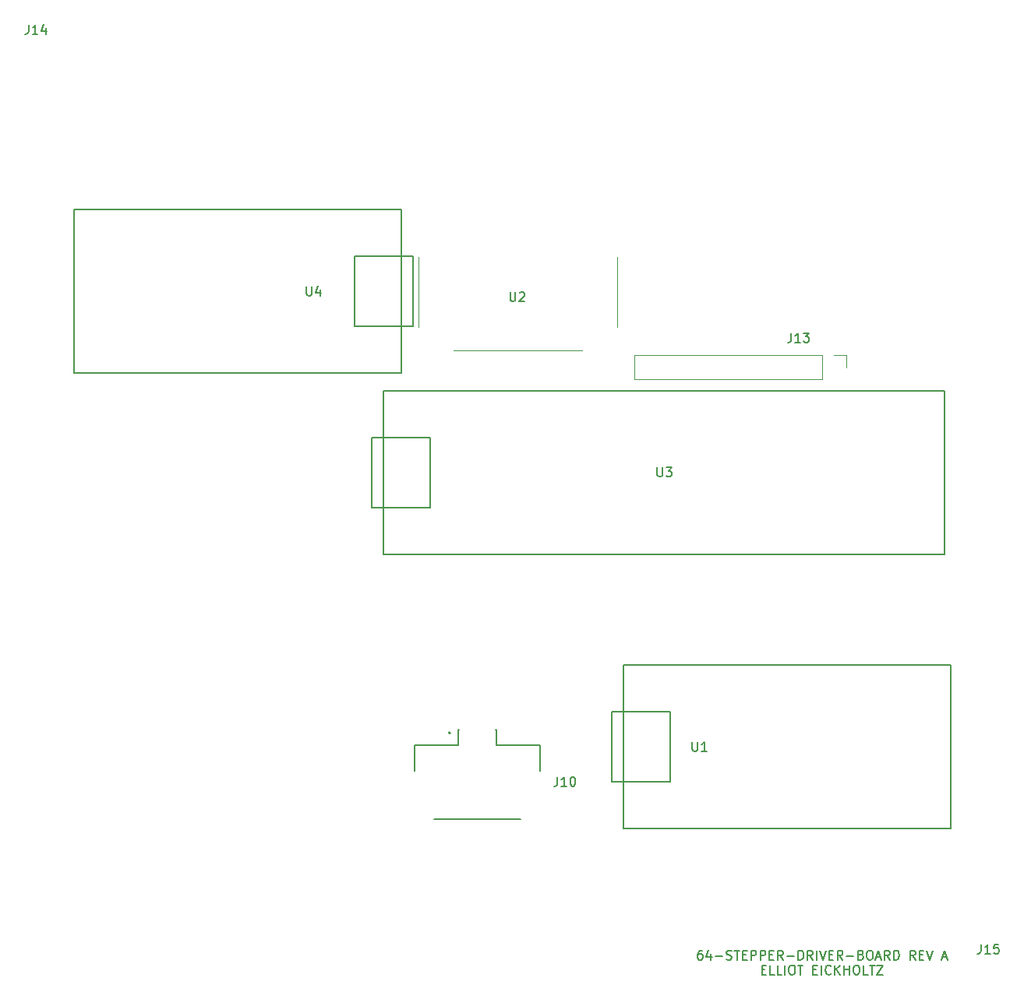
<source format=gbr>
%TF.GenerationSoftware,KiCad,Pcbnew,(6.0.5)*%
%TF.CreationDate,2022-07-10T16:44:07-04:00*%
%TF.ProjectId,64-STEPPER-CONTROLLER,36342d53-5445-4505-9045-522d434f4e54,rev?*%
%TF.SameCoordinates,Original*%
%TF.FileFunction,Legend,Top*%
%TF.FilePolarity,Positive*%
%FSLAX46Y46*%
G04 Gerber Fmt 4.6, Leading zero omitted, Abs format (unit mm)*
G04 Created by KiCad (PCBNEW (6.0.5)) date 2022-07-10 16:44:07*
%MOMM*%
%LPD*%
G01*
G04 APERTURE LIST*
%ADD10C,0.150000*%
%ADD11C,0.120000*%
%ADD12C,0.200000*%
G04 APERTURE END LIST*
D10*
X167292380Y-131997380D02*
X167101904Y-131997380D01*
X167006666Y-132045000D01*
X166959047Y-132092619D01*
X166863809Y-132235476D01*
X166816190Y-132425952D01*
X166816190Y-132806904D01*
X166863809Y-132902142D01*
X166911428Y-132949761D01*
X167006666Y-132997380D01*
X167197142Y-132997380D01*
X167292380Y-132949761D01*
X167340000Y-132902142D01*
X167387619Y-132806904D01*
X167387619Y-132568809D01*
X167340000Y-132473571D01*
X167292380Y-132425952D01*
X167197142Y-132378333D01*
X167006666Y-132378333D01*
X166911428Y-132425952D01*
X166863809Y-132473571D01*
X166816190Y-132568809D01*
X168244761Y-132330714D02*
X168244761Y-132997380D01*
X168006666Y-131949761D02*
X167768571Y-132664047D01*
X168387619Y-132664047D01*
X168768571Y-132616428D02*
X169530476Y-132616428D01*
X169959047Y-132949761D02*
X170101904Y-132997380D01*
X170340000Y-132997380D01*
X170435238Y-132949761D01*
X170482857Y-132902142D01*
X170530476Y-132806904D01*
X170530476Y-132711666D01*
X170482857Y-132616428D01*
X170435238Y-132568809D01*
X170340000Y-132521190D01*
X170149523Y-132473571D01*
X170054285Y-132425952D01*
X170006666Y-132378333D01*
X169959047Y-132283095D01*
X169959047Y-132187857D01*
X170006666Y-132092619D01*
X170054285Y-132045000D01*
X170149523Y-131997380D01*
X170387619Y-131997380D01*
X170530476Y-132045000D01*
X170816190Y-131997380D02*
X171387619Y-131997380D01*
X171101904Y-132997380D02*
X171101904Y-131997380D01*
X171720952Y-132473571D02*
X172054285Y-132473571D01*
X172197142Y-132997380D02*
X171720952Y-132997380D01*
X171720952Y-131997380D01*
X172197142Y-131997380D01*
X172625714Y-132997380D02*
X172625714Y-131997380D01*
X173006666Y-131997380D01*
X173101904Y-132045000D01*
X173149523Y-132092619D01*
X173197142Y-132187857D01*
X173197142Y-132330714D01*
X173149523Y-132425952D01*
X173101904Y-132473571D01*
X173006666Y-132521190D01*
X172625714Y-132521190D01*
X173625714Y-132997380D02*
X173625714Y-131997380D01*
X174006666Y-131997380D01*
X174101904Y-132045000D01*
X174149523Y-132092619D01*
X174197142Y-132187857D01*
X174197142Y-132330714D01*
X174149523Y-132425952D01*
X174101904Y-132473571D01*
X174006666Y-132521190D01*
X173625714Y-132521190D01*
X174625714Y-132473571D02*
X174959047Y-132473571D01*
X175101904Y-132997380D02*
X174625714Y-132997380D01*
X174625714Y-131997380D01*
X175101904Y-131997380D01*
X176101904Y-132997380D02*
X175768571Y-132521190D01*
X175530476Y-132997380D02*
X175530476Y-131997380D01*
X175911428Y-131997380D01*
X176006666Y-132045000D01*
X176054285Y-132092619D01*
X176101904Y-132187857D01*
X176101904Y-132330714D01*
X176054285Y-132425952D01*
X176006666Y-132473571D01*
X175911428Y-132521190D01*
X175530476Y-132521190D01*
X176530476Y-132616428D02*
X177292380Y-132616428D01*
X177768571Y-132997380D02*
X177768571Y-131997380D01*
X178006666Y-131997380D01*
X178149523Y-132045000D01*
X178244761Y-132140238D01*
X178292380Y-132235476D01*
X178340000Y-132425952D01*
X178340000Y-132568809D01*
X178292380Y-132759285D01*
X178244761Y-132854523D01*
X178149523Y-132949761D01*
X178006666Y-132997380D01*
X177768571Y-132997380D01*
X179340000Y-132997380D02*
X179006666Y-132521190D01*
X178768571Y-132997380D02*
X178768571Y-131997380D01*
X179149523Y-131997380D01*
X179244761Y-132045000D01*
X179292380Y-132092619D01*
X179340000Y-132187857D01*
X179340000Y-132330714D01*
X179292380Y-132425952D01*
X179244761Y-132473571D01*
X179149523Y-132521190D01*
X178768571Y-132521190D01*
X179768571Y-132997380D02*
X179768571Y-131997380D01*
X180101904Y-131997380D02*
X180435238Y-132997380D01*
X180768571Y-131997380D01*
X181101904Y-132473571D02*
X181435238Y-132473571D01*
X181578095Y-132997380D02*
X181101904Y-132997380D01*
X181101904Y-131997380D01*
X181578095Y-131997380D01*
X182578095Y-132997380D02*
X182244761Y-132521190D01*
X182006666Y-132997380D02*
X182006666Y-131997380D01*
X182387619Y-131997380D01*
X182482857Y-132045000D01*
X182530476Y-132092619D01*
X182578095Y-132187857D01*
X182578095Y-132330714D01*
X182530476Y-132425952D01*
X182482857Y-132473571D01*
X182387619Y-132521190D01*
X182006666Y-132521190D01*
X183006666Y-132616428D02*
X183768571Y-132616428D01*
X184578095Y-132473571D02*
X184720952Y-132521190D01*
X184768571Y-132568809D01*
X184816190Y-132664047D01*
X184816190Y-132806904D01*
X184768571Y-132902142D01*
X184720952Y-132949761D01*
X184625714Y-132997380D01*
X184244761Y-132997380D01*
X184244761Y-131997380D01*
X184578095Y-131997380D01*
X184673333Y-132045000D01*
X184720952Y-132092619D01*
X184768571Y-132187857D01*
X184768571Y-132283095D01*
X184720952Y-132378333D01*
X184673333Y-132425952D01*
X184578095Y-132473571D01*
X184244761Y-132473571D01*
X185435238Y-131997380D02*
X185625714Y-131997380D01*
X185720952Y-132045000D01*
X185816190Y-132140238D01*
X185863809Y-132330714D01*
X185863809Y-132664047D01*
X185816190Y-132854523D01*
X185720952Y-132949761D01*
X185625714Y-132997380D01*
X185435238Y-132997380D01*
X185340000Y-132949761D01*
X185244761Y-132854523D01*
X185197142Y-132664047D01*
X185197142Y-132330714D01*
X185244761Y-132140238D01*
X185340000Y-132045000D01*
X185435238Y-131997380D01*
X186244761Y-132711666D02*
X186720952Y-132711666D01*
X186149523Y-132997380D02*
X186482857Y-131997380D01*
X186816190Y-132997380D01*
X187720952Y-132997380D02*
X187387619Y-132521190D01*
X187149523Y-132997380D02*
X187149523Y-131997380D01*
X187530476Y-131997380D01*
X187625714Y-132045000D01*
X187673333Y-132092619D01*
X187720952Y-132187857D01*
X187720952Y-132330714D01*
X187673333Y-132425952D01*
X187625714Y-132473571D01*
X187530476Y-132521190D01*
X187149523Y-132521190D01*
X188149523Y-132997380D02*
X188149523Y-131997380D01*
X188387619Y-131997380D01*
X188530476Y-132045000D01*
X188625714Y-132140238D01*
X188673333Y-132235476D01*
X188720952Y-132425952D01*
X188720952Y-132568809D01*
X188673333Y-132759285D01*
X188625714Y-132854523D01*
X188530476Y-132949761D01*
X188387619Y-132997380D01*
X188149523Y-132997380D01*
X190482857Y-132997380D02*
X190149523Y-132521190D01*
X189911428Y-132997380D02*
X189911428Y-131997380D01*
X190292380Y-131997380D01*
X190387619Y-132045000D01*
X190435238Y-132092619D01*
X190482857Y-132187857D01*
X190482857Y-132330714D01*
X190435238Y-132425952D01*
X190387619Y-132473571D01*
X190292380Y-132521190D01*
X189911428Y-132521190D01*
X190911428Y-132473571D02*
X191244761Y-132473571D01*
X191387619Y-132997380D02*
X190911428Y-132997380D01*
X190911428Y-131997380D01*
X191387619Y-131997380D01*
X191673333Y-131997380D02*
X192006666Y-132997380D01*
X192340000Y-131997380D01*
X193387619Y-132711666D02*
X193863809Y-132711666D01*
X193292380Y-132997380D02*
X193625714Y-131997380D01*
X193959047Y-132997380D01*
X173792380Y-134083571D02*
X174125714Y-134083571D01*
X174268571Y-134607380D02*
X173792380Y-134607380D01*
X173792380Y-133607380D01*
X174268571Y-133607380D01*
X175173333Y-134607380D02*
X174697142Y-134607380D01*
X174697142Y-133607380D01*
X175982857Y-134607380D02*
X175506666Y-134607380D01*
X175506666Y-133607380D01*
X176316190Y-134607380D02*
X176316190Y-133607380D01*
X176982857Y-133607380D02*
X177173333Y-133607380D01*
X177268571Y-133655000D01*
X177363809Y-133750238D01*
X177411428Y-133940714D01*
X177411428Y-134274047D01*
X177363809Y-134464523D01*
X177268571Y-134559761D01*
X177173333Y-134607380D01*
X176982857Y-134607380D01*
X176887619Y-134559761D01*
X176792380Y-134464523D01*
X176744761Y-134274047D01*
X176744761Y-133940714D01*
X176792380Y-133750238D01*
X176887619Y-133655000D01*
X176982857Y-133607380D01*
X177697142Y-133607380D02*
X178268571Y-133607380D01*
X177982857Y-134607380D02*
X177982857Y-133607380D01*
X179363809Y-134083571D02*
X179697142Y-134083571D01*
X179840000Y-134607380D02*
X179363809Y-134607380D01*
X179363809Y-133607380D01*
X179840000Y-133607380D01*
X180268571Y-134607380D02*
X180268571Y-133607380D01*
X181316190Y-134512142D02*
X181268571Y-134559761D01*
X181125714Y-134607380D01*
X181030476Y-134607380D01*
X180887619Y-134559761D01*
X180792380Y-134464523D01*
X180744761Y-134369285D01*
X180697142Y-134178809D01*
X180697142Y-134035952D01*
X180744761Y-133845476D01*
X180792380Y-133750238D01*
X180887619Y-133655000D01*
X181030476Y-133607380D01*
X181125714Y-133607380D01*
X181268571Y-133655000D01*
X181316190Y-133702619D01*
X181744761Y-134607380D02*
X181744761Y-133607380D01*
X182316190Y-134607380D02*
X181887619Y-134035952D01*
X182316190Y-133607380D02*
X181744761Y-134178809D01*
X182744761Y-134607380D02*
X182744761Y-133607380D01*
X182744761Y-134083571D02*
X183316190Y-134083571D01*
X183316190Y-134607380D02*
X183316190Y-133607380D01*
X183982857Y-133607380D02*
X184173333Y-133607380D01*
X184268571Y-133655000D01*
X184363809Y-133750238D01*
X184411428Y-133940714D01*
X184411428Y-134274047D01*
X184363809Y-134464523D01*
X184268571Y-134559761D01*
X184173333Y-134607380D01*
X183982857Y-134607380D01*
X183887619Y-134559761D01*
X183792380Y-134464523D01*
X183744761Y-134274047D01*
X183744761Y-133940714D01*
X183792380Y-133750238D01*
X183887619Y-133655000D01*
X183982857Y-133607380D01*
X185316190Y-134607380D02*
X184840000Y-134607380D01*
X184840000Y-133607380D01*
X185506666Y-133607380D02*
X186078095Y-133607380D01*
X185792380Y-134607380D02*
X185792380Y-133607380D01*
X186316190Y-133607380D02*
X186982857Y-133607380D01*
X186316190Y-134607380D01*
X186982857Y-134607380D01*
%TO.C,U3*%
X162433095Y-79462380D02*
X162433095Y-80271904D01*
X162480714Y-80367142D01*
X162528333Y-80414761D01*
X162623571Y-80462380D01*
X162814047Y-80462380D01*
X162909285Y-80414761D01*
X162956904Y-80367142D01*
X163004523Y-80271904D01*
X163004523Y-79462380D01*
X163385476Y-79462380D02*
X164004523Y-79462380D01*
X163671190Y-79843333D01*
X163814047Y-79843333D01*
X163909285Y-79890952D01*
X163956904Y-79938571D01*
X164004523Y-80033809D01*
X164004523Y-80271904D01*
X163956904Y-80367142D01*
X163909285Y-80414761D01*
X163814047Y-80462380D01*
X163528333Y-80462380D01*
X163433095Y-80414761D01*
X163385476Y-80367142D01*
%TO.C,U4*%
X124333095Y-59777380D02*
X124333095Y-60586904D01*
X124380714Y-60682142D01*
X124428333Y-60729761D01*
X124523571Y-60777380D01*
X124714047Y-60777380D01*
X124809285Y-60729761D01*
X124856904Y-60682142D01*
X124904523Y-60586904D01*
X124904523Y-59777380D01*
X125809285Y-60110714D02*
X125809285Y-60777380D01*
X125571190Y-59729761D02*
X125333095Y-60444047D01*
X125952142Y-60444047D01*
%TO.C,U2*%
X146463095Y-60412380D02*
X146463095Y-61221904D01*
X146510714Y-61317142D01*
X146558333Y-61364761D01*
X146653571Y-61412380D01*
X146844047Y-61412380D01*
X146939285Y-61364761D01*
X146986904Y-61317142D01*
X147034523Y-61221904D01*
X147034523Y-60412380D01*
X147463095Y-60507619D02*
X147510714Y-60460000D01*
X147605952Y-60412380D01*
X147844047Y-60412380D01*
X147939285Y-60460000D01*
X147986904Y-60507619D01*
X148034523Y-60602857D01*
X148034523Y-60698095D01*
X147986904Y-60840952D01*
X147415476Y-61412380D01*
X148034523Y-61412380D01*
%TO.C,J15*%
X197615276Y-131329580D02*
X197615276Y-132043866D01*
X197567657Y-132186723D01*
X197472419Y-132281961D01*
X197329561Y-132329580D01*
X197234323Y-132329580D01*
X198615276Y-132329580D02*
X198043847Y-132329580D01*
X198329561Y-132329580D02*
X198329561Y-131329580D01*
X198234323Y-131472438D01*
X198139085Y-131567676D01*
X198043847Y-131615295D01*
X199520038Y-131329580D02*
X199043847Y-131329580D01*
X198996228Y-131805771D01*
X199043847Y-131758152D01*
X199139085Y-131710533D01*
X199377180Y-131710533D01*
X199472419Y-131758152D01*
X199520038Y-131805771D01*
X199567657Y-131901009D01*
X199567657Y-132139104D01*
X199520038Y-132234342D01*
X199472419Y-132281961D01*
X199377180Y-132329580D01*
X199139085Y-132329580D01*
X199043847Y-132281961D01*
X198996228Y-132234342D01*
%TO.C,J10*%
X151590476Y-113117380D02*
X151590476Y-113831666D01*
X151542857Y-113974523D01*
X151447619Y-114069761D01*
X151304761Y-114117380D01*
X151209523Y-114117380D01*
X152590476Y-114117380D02*
X152019047Y-114117380D01*
X152304761Y-114117380D02*
X152304761Y-113117380D01*
X152209523Y-113260238D01*
X152114285Y-113355476D01*
X152019047Y-113403095D01*
X153209523Y-113117380D02*
X153304761Y-113117380D01*
X153400000Y-113165000D01*
X153447619Y-113212619D01*
X153495238Y-113307857D01*
X153542857Y-113498333D01*
X153542857Y-113736428D01*
X153495238Y-113926904D01*
X153447619Y-114022142D01*
X153400000Y-114069761D01*
X153304761Y-114117380D01*
X153209523Y-114117380D01*
X153114285Y-114069761D01*
X153066666Y-114022142D01*
X153019047Y-113926904D01*
X152971428Y-113736428D01*
X152971428Y-113498333D01*
X153019047Y-113307857D01*
X153066666Y-113212619D01*
X153114285Y-113165000D01*
X153209523Y-113117380D01*
%TO.C,U1*%
X166243095Y-109307380D02*
X166243095Y-110116904D01*
X166290714Y-110212142D01*
X166338333Y-110259761D01*
X166433571Y-110307380D01*
X166624047Y-110307380D01*
X166719285Y-110259761D01*
X166766904Y-110212142D01*
X166814523Y-110116904D01*
X166814523Y-109307380D01*
X167814523Y-110307380D02*
X167243095Y-110307380D01*
X167528809Y-110307380D02*
X167528809Y-109307380D01*
X167433571Y-109450238D01*
X167338333Y-109545476D01*
X167243095Y-109593095D01*
%TO.C,J13*%
X176990476Y-64857380D02*
X176990476Y-65571666D01*
X176942857Y-65714523D01*
X176847619Y-65809761D01*
X176704761Y-65857380D01*
X176609523Y-65857380D01*
X177990476Y-65857380D02*
X177419047Y-65857380D01*
X177704761Y-65857380D02*
X177704761Y-64857380D01*
X177609523Y-65000238D01*
X177514285Y-65095476D01*
X177419047Y-65143095D01*
X178323809Y-64857380D02*
X178942857Y-64857380D01*
X178609523Y-65238333D01*
X178752380Y-65238333D01*
X178847619Y-65285952D01*
X178895238Y-65333571D01*
X178942857Y-65428809D01*
X178942857Y-65666904D01*
X178895238Y-65762142D01*
X178847619Y-65809761D01*
X178752380Y-65857380D01*
X178466666Y-65857380D01*
X178371428Y-65809761D01*
X178323809Y-65762142D01*
%TO.C,J14*%
X94135676Y-31355180D02*
X94135676Y-32069466D01*
X94088057Y-32212323D01*
X93992819Y-32307561D01*
X93849961Y-32355180D01*
X93754723Y-32355180D01*
X95135676Y-32355180D02*
X94564247Y-32355180D01*
X94849961Y-32355180D02*
X94849961Y-31355180D01*
X94754723Y-31498038D01*
X94659485Y-31593276D01*
X94564247Y-31640895D01*
X95992819Y-31688514D02*
X95992819Y-32355180D01*
X95754723Y-31307561D02*
X95516628Y-32021847D01*
X96135676Y-32021847D01*
%TO.C,U3*%
X132715000Y-83820000D02*
X131445000Y-83820000D01*
X193675000Y-88900000D02*
X132715000Y-88900000D01*
X132715000Y-88900000D02*
X132715000Y-71120000D01*
X137795000Y-83820000D02*
X132715000Y-83820000D01*
X137795000Y-83820000D02*
X137795000Y-76200000D01*
X137795000Y-76200000D02*
X132715000Y-76200000D01*
X132715000Y-71120000D02*
X193675000Y-71120000D01*
X131445000Y-76200000D02*
X132715000Y-76200000D01*
X193675000Y-71120000D02*
X193675000Y-88900000D01*
X131445000Y-83820000D02*
X131445000Y-76200000D01*
%TO.C,U4*%
X129540000Y-56515000D02*
X129540000Y-64135000D01*
X99060000Y-51435000D02*
X134620000Y-51435000D01*
X134620000Y-69215000D02*
X99060000Y-69215000D01*
X134620000Y-56515000D02*
X135890000Y-56515000D01*
X135890000Y-64135000D02*
X134620000Y-64135000D01*
X129540000Y-64135000D02*
X134620000Y-64135000D01*
X134620000Y-51435000D02*
X134620000Y-69215000D01*
X135890000Y-56515000D02*
X135890000Y-64135000D01*
X129540000Y-56515000D02*
X134620000Y-56515000D01*
X99060000Y-69215000D02*
X99060000Y-51435000D01*
D11*
%TO.C,U2*%
X136525000Y-56580000D02*
X136525000Y-64200000D01*
X158115000Y-56580000D02*
X158115000Y-64200000D01*
X154305000Y-66740000D02*
X140335000Y-66740000D01*
D12*
%TO.C,J10*%
X144850000Y-107980000D02*
X144975000Y-107980000D01*
X147575000Y-117730000D02*
X138175000Y-117730000D01*
X144975000Y-107980000D02*
X144975000Y-109680000D01*
X140775000Y-107980000D02*
X140900000Y-107980000D01*
X140775000Y-109680000D02*
X140775000Y-107980000D01*
X136075000Y-109680000D02*
X140775000Y-109680000D01*
X144975000Y-109680000D02*
X149675000Y-109680000D01*
X136075000Y-109680000D02*
X136075000Y-112450000D01*
X149675000Y-109680000D02*
X149675000Y-112450000D01*
X139975000Y-108330000D02*
G75*
G03*
X139975000Y-108330000I-100000J0D01*
G01*
D10*
%TO.C,U1*%
X163830000Y-113665000D02*
X163830000Y-106045000D01*
X194310000Y-118745000D02*
X158750000Y-118745000D01*
X158750000Y-100965000D02*
X194310000Y-100965000D01*
X158750000Y-113665000D02*
X157480000Y-113665000D01*
X157480000Y-106045000D02*
X158750000Y-106045000D01*
X163830000Y-106045000D02*
X158750000Y-106045000D01*
X158750000Y-118745000D02*
X158750000Y-100965000D01*
X157480000Y-113665000D02*
X157480000Y-106045000D01*
X163830000Y-113665000D02*
X158750000Y-113665000D01*
X194310000Y-100965000D02*
X194310000Y-118745000D01*
D11*
%TO.C,J13*%
X181610000Y-67250000D02*
X182940000Y-67250000D01*
X180340000Y-67250000D02*
X159960000Y-67250000D01*
X180340000Y-69910000D02*
X159960000Y-69910000D01*
X180340000Y-67250000D02*
X180340000Y-69910000D01*
X159960000Y-67250000D02*
X159960000Y-69910000D01*
X182940000Y-67250000D02*
X182940000Y-68580000D01*
%TD*%
M02*

</source>
